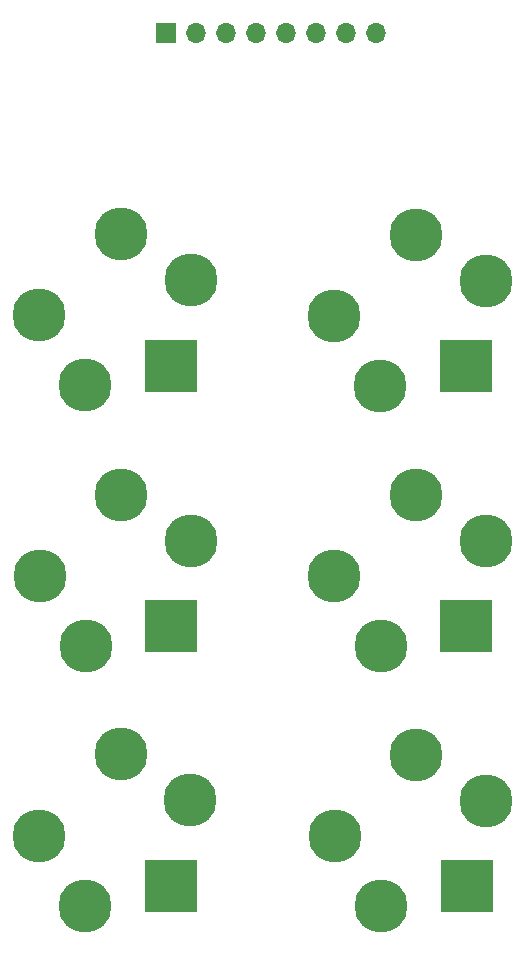
<source format=gbr>
%TF.GenerationSoftware,KiCad,Pcbnew,(5.1.9)-1*%
%TF.CreationDate,2021-08-22T21:38:48+01:00*%
%TF.ProjectId,Simple mixer jack panel,53696d70-6c65-4206-9d69-786572206a61,rev?*%
%TF.SameCoordinates,Original*%
%TF.FileFunction,Soldermask,Bot*%
%TF.FilePolarity,Negative*%
%FSLAX46Y46*%
G04 Gerber Fmt 4.6, Leading zero omitted, Abs format (unit mm)*
G04 Created by KiCad (PCBNEW (5.1.9)-1) date 2021-08-22 21:38:48*
%MOMM*%
%LPD*%
G01*
G04 APERTURE LIST*
%ADD10C,4.500000*%
%ADD11R,4.500001X4.500001*%
%ADD12C,4.500001*%
%ADD13R,1.700000X1.700000*%
%ADD14O,1.700000X1.700000*%
G04 APERTURE END LIST*
D10*
%TO.C,J1*%
X22610000Y-76650000D03*
D11*
X33750000Y-80890000D03*
D12*
X29510000Y-69750000D03*
D10*
X26510000Y-82550000D03*
D12*
X35410000Y-73650000D03*
%TD*%
%TO.C,J2*%
X60390000Y-73700000D03*
D10*
X51490000Y-82600000D03*
D12*
X54490000Y-69800000D03*
D11*
X58730000Y-80940000D03*
D10*
X47590000Y-76700000D03*
%TD*%
%TO.C,J3*%
X22630000Y-98720000D03*
D11*
X33770000Y-102960000D03*
D12*
X29530000Y-91820000D03*
D10*
X26530000Y-104620000D03*
D12*
X35430000Y-95720000D03*
%TD*%
%TO.C,J4*%
X60400000Y-95710000D03*
D10*
X51500000Y-104610000D03*
D12*
X54500000Y-91810000D03*
D11*
X58740000Y-102950000D03*
D10*
X47600000Y-98710000D03*
%TD*%
%TO.C,J5*%
X22590000Y-120710000D03*
D11*
X33730000Y-124950000D03*
D12*
X29490000Y-113810000D03*
D10*
X26490000Y-126610000D03*
D12*
X35390000Y-117710000D03*
%TD*%
D13*
%TO.C,J6*%
X33360000Y-52730000D03*
D14*
X35900000Y-52730000D03*
X38440000Y-52730000D03*
X40980000Y-52730000D03*
X43520000Y-52730000D03*
X46060000Y-52730000D03*
X48600000Y-52730000D03*
X51140000Y-52730000D03*
%TD*%
D12*
%TO.C,J7*%
X60440000Y-117720000D03*
D10*
X51540000Y-126620000D03*
D12*
X54540000Y-113820000D03*
D11*
X58780000Y-124960000D03*
D10*
X47640000Y-120720000D03*
%TD*%
M02*

</source>
